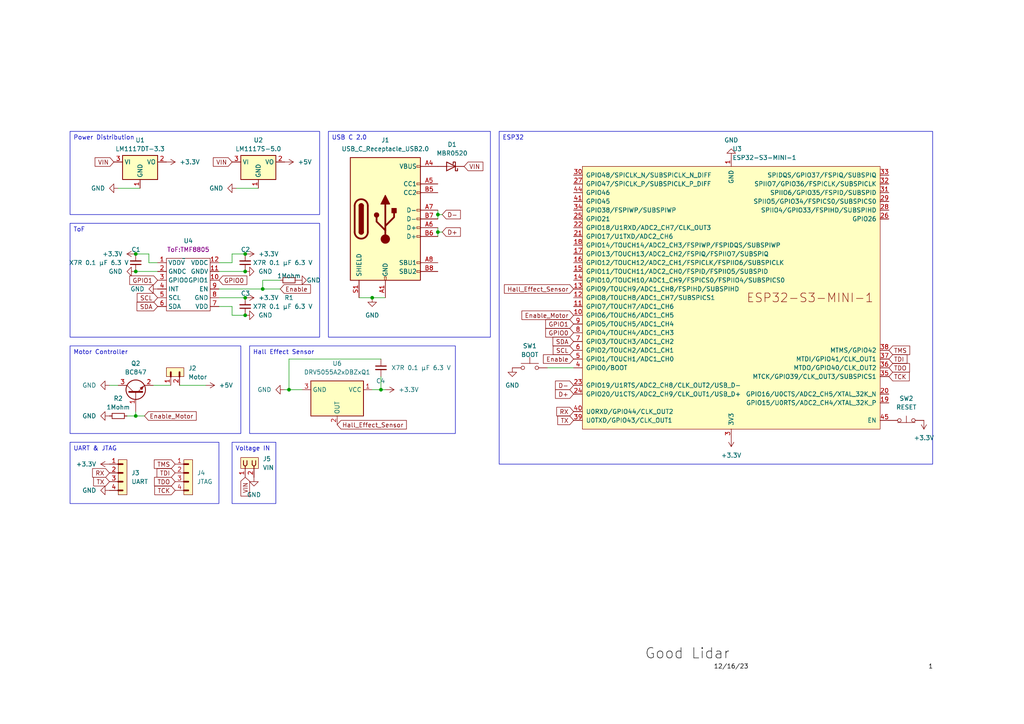
<source format=kicad_sch>
(kicad_sch (version 20230121) (generator eeschema)
  (paper "A4")
  (lib_symbols
    (symbol "Connector:USB_C_Receptacle_USB2.0" (pin_names (offset 1.016))
      (property "Reference" "J" (at -10.16 19.05 0))
      (property "Value" "USB_C_Receptacle_USB2.0" (at 19.05 19.05 0))
      (symbol "USB_C_Receptacle_USB2.0_0_0"
        (rectangle (start -0.254 -17.78) (end 0.254 -16.764))
        (rectangle (start 10.16 -14.986) (end 9.144 -15.494))
        (rectangle (start 10.16 -12.446) (end 9.144 -12.954))
        (rectangle (start 10.16 -4.826) (end 9.144 -5.334))
        (rectangle (start 10.16 -2.286) (end 9.144 -2.794))
        (rectangle (start 10.16 0.254) (end 9.144 -0.254))
        (rectangle (start 10.16 2.794) (end 9.144 2.286))
        (rectangle (start 10.16 7.874) (end 9.144 7.366))
        (rectangle (start 10.16 10.414) (end 9.144 9.906))
        (rectangle (start 10.16 15.494) (end 9.144 14.986))
      )
      (symbol "USB_C_Receptacle_USB2.0_0_1"
        (rectangle (start -10.16 17.78) (end 10.16 -17.78) (stroke (width 0.254)) (fill (type background)))
        (arc (start -8.89 -3.81) (mid -6.985 -5.7067) (end -5.08 -3.81) (stroke (width 0.508)))
        (arc (start -7.62 -3.81) (mid -6.985 -4.4423) (end -6.35 -3.81) (stroke (width 0.254)))
        (arc (start -7.62 -3.81) (mid -6.985 -4.4423) (end -6.35 -3.81) (stroke (width 0.254)) (fill (type outline)))
        (rectangle (start -7.62 -3.81) (end -6.35 3.81) (stroke (width 0.254)) (fill (type outline)))
        (arc (start -6.35 3.81) (mid -6.985 4.4423) (end -7.62 3.81) (stroke (width 0.254)))
        (arc (start -6.35 3.81) (mid -6.985 4.4423) (end -7.62 3.81) (stroke (width 0.254)) (fill (type outline)))
        (arc (start -5.08 3.81) (mid -6.985 5.7067) (end -8.89 3.81) (stroke (width 0.508)))
        (circle (center -2.54 1.143) (radius 0.635) (stroke (width 0.254)) (fill (type outline)))
        (circle (center 0 -5.842) (radius 1.27) (fill (type outline)))
        (polyline (pts (xy -8.89 -3.81) (xy -8.89 3.81)) (stroke (width 0.508)))
        (polyline (pts (xy -5.08 3.81) (xy -5.08 -3.81)) (stroke (width 0.508)))
        (polyline (pts (xy 0 -5.842) (xy 0 4.318)) (stroke (width 0.508)))
        (polyline (pts (xy 0 -3.302) (xy -2.54 -0.762) (xy -2.54 0.508)) (stroke (width 0.508)))
        (polyline (pts (xy 0 -2.032) (xy 2.54 0.508) (xy 2.54 1.778)) (stroke (width 0.508)))
        (polyline (pts (xy -1.27 4.318) (xy 0 6.858) (xy 1.27 4.318) (xy -1.27 4.318)) (stroke (width 0.254)) (fill (type outline)))
        (rectangle (start 1.905 1.778) (end 3.175 3.048) (stroke (width 0.254)) (fill (type outline)))
      )
      (symbol "USB_C_Receptacle_USB2.0_1_1"
        (pin passive line (at 0 -22.86 90) (length 5.08) (name "GND") (number "A1"))
        (pin passive line (at 0 -22.86 90) (length 5.08) hide (name "GND") (number "A12"))
        (pin passive line (at 15.24 15.24 180) (length 5.08) (name "VBUS") (number "A4"))
        (pin bidirectional line (at 15.24 10.16 180) (length 5.08) (name "CC1") (number "A5"))
        (pin bidirectional line (at 15.24 -2.54 180) (length 5.08) (name "D+") (number "A6"))
        (pin bidirectional line (at 15.24 2.54 180) (length 5.08) (name "D-") (number "A7"))
        (pin bidirectional line (at 15.24 -12.7 180) (length 5.08) (name "SBU1") (number "A8"))
        (pin passive line (at 15.24 15.24 180) (length 5.08) hide (name "VBUS") (number "A9"))
        (pin passive line (at 0 -22.86 90) (length 5.08) hide (name "GND") (number "B1"))
        (pin passive line (at 0 -22.86 90) (length 5.08) hide (name "GND") (number "B12"))
        (pin passive line (at 15.24 15.24 180) (length 5.08) hide (name "VBUS") (number "B4"))
        (pin bidirectional line (at 15.24 7.62 180) (length 5.08) (name "CC2") (number "B5"))
        (pin bidirectional line (at 15.24 -5.08 180) (length 5.08) (name "D+") (number "B6"))
        (pin bidirectional line (at 15.24 0 180) (length 5.08) (name "D-") (number "B7"))
        (pin bidirectional line (at 15.24 -15.24 180) (length 5.08) (name "SBU2") (number "B8"))
        (pin passive line (at 15.24 15.24 180) (length 5.08) hide (name "VBUS") (number "B9"))
        (pin passive line (at -7.62 -22.86 90) (length 5.08) (name "SHIELD") (number "S1"))
      )
    )
    (symbol "Device:C_Small" (pin_numbers hide) (pin_names (offset 0.254) hide)
      (property "Reference" "C" (at 0.254 1.778 0))
      (property "Value" "C_Small" (at 0.254 -2.032 0))
      (symbol "C_Small_0_1"
        (polyline (pts (xy -1.524 -0.508) (xy 1.524 -0.508)) (stroke (width 0.3302)))
        (polyline (pts (xy -1.524 0.508) (xy 1.524 0.508)) (stroke (width 0.3048)))
      )
      (symbol "C_Small_1_1"
        (pin passive line (at 0 2.54 270) (length 2.032) (name "~") (number "1"))
        (pin passive line (at 0 -2.54 90) (length 2.032) (name "~") (number "2"))
      )
    )
    (symbol "Device:R_Small" (pin_numbers hide) (pin_names (offset 0.254) hide)
      (property "Reference" "R" (at 0.762 0.508 0))
      (property "Value" "R_Small" (at 0.762 -1.016 0))
      (symbol "R_Small_0_1"
        (rectangle (start -0.762 1.778) (end 0.762 -1.778) (stroke (width 0.2032)))
      )
      (symbol "R_Small_1_1"
        (pin passive line (at 0 2.54 270) (length 0.762) (name "~") (number "1"))
        (pin passive line (at 0 -2.54 90) (length 0.762) (name "~") (number "2"))
      )
    )
    (symbol "Diode:MBR0520" (pin_numbers hide) (pin_names (offset 1.016) hide)
      (property "Reference" "D" (at 0 2.54 0))
      (property "Value" "MBR0520" (at 0 -2.54 0))
      (symbol "MBR0520_0_1"
        (polyline (pts (xy 1.27 0) (xy -1.27 0)))
        (polyline (pts (xy 1.27 1.27) (xy 1.27 -1.27) (xy -1.27 0) (xy 1.27 1.27)) (stroke (width 0.254)))
        (polyline (pts (xy -1.905 0.635) (xy -1.905 1.27) (xy -1.27 1.27) (xy -1.27 -1.27) (xy -0.635 -1.27) (xy -0.635 -0.635)) (stroke (width 0.254)))
      )
      (symbol "MBR0520_1_1"
        (pin passive line (at -3.81 0 0) (length 2.54) (name "K") (number "1"))
        (pin passive line (at 3.81 0 180) (length 2.54) (name "A") (number "2"))
      )
    )
    (symbol "PCM_Espressif:ESP32-S3-MINI-1" (pin_names (offset 1.016))
      (property "Reference" "U" (at -43.18 43.18 0))
      (property "Value" "ESP32-S3-MINI-1" (at -43.18 40.64 0))
      (symbol "ESP32-S3-MINI-1_0_0"
        (text "ESP32-S3-MINI-1" (at -22.86 0 0) (effects (font (size 2.54 2.54))))
        (pin power_in line (at 0 -40.64 90) (length 2.54) (name "GND") (number "1"))
        (pin bidirectional line (at 45.72 5.08 180) (length 2.54) (name "GPIO6/TOUCH6/ADC1_CH5") (number "10"))
        (pin bidirectional line (at 45.72 2.54 180) (length 2.54) (name "GPIO7/TOUCH7/ADC1_CH6") (number "11"))
        (pin bidirectional line (at 45.72 0 180) (length 2.54) (name "GPIO8/TOUCH8/ADC1_CH7/SUBSPICS1") (number "12"))
        (pin bidirectional line (at 45.72 -2.54 180) (length 2.54) (name "GPIO9/TOUCH9/ADC1_CH8/FSPIHD/SUBSPIHD") (number "13"))
        (pin bidirectional line (at 45.72 -5.08 180) (length 2.54) (name "GPIO10/TOUCH10/ADC1_CH9/FSPICS0/FSPIIO4/SUBSPICS0") (number "14"))
        (pin bidirectional line (at 45.72 -7.62 180) (length 2.54) (name "GPIO11/TOUCH11/ADC2_CH0/FSPID/FSPIIO5/SUBSPID") (number "15"))
        (pin bidirectional line (at 45.72 -10.16 180) (length 2.54) (name "GPIO12/TOUCH12/ADC2_CH1/FSPICLK/FSPIIO6/SUBSPICLK") (number "16"))
        (pin bidirectional line (at 45.72 -12.7 180) (length 2.54) (name "GPIO13/TOUCH13/ADC2_CH2/FSPIQ/FSPIIO7/SUBSPIQ") (number "17"))
        (pin bidirectional line (at 45.72 -15.24 180) (length 2.54) (name "GPIO14/TOUCH14/ADC2_CH3/FSPIWP/FSPIDQS/SUBSPIWP") (number "18"))
        (pin bidirectional line (at -45.72 30.48 0) (length 2.54) (name "GPIO15/U0RTS/ADC2_CH4/XTAL_32K_P") (number "19"))
        (pin passive line (at 0 -40.64 90) (length 2.54) hide (name "GND") (number "2"))
        (pin bidirectional line (at -45.72 27.94 0) (length 2.54) (name "GPIO16/U0CTS/ADC2_CH5/XTAL_32K_N") (number "20"))
        (pin bidirectional line (at 45.72 -17.78 180) (length 2.54) (name "GPIO17/U1TXD/ADC2_CH6") (number "21"))
        (pin bidirectional line (at 45.72 -20.32 180) (length 2.54) (name "GPIO18/U1RXD/ADC2_CH7/CLK_OUT3") (number "22"))
        (pin bidirectional line (at 45.72 25.4 180) (length 2.54) (name "GPIO19/U1RTS/ADC2_CH8/CLK_OUT2/USB_D-") (number "23"))
        (pin bidirectional line (at 45.72 27.94 180) (length 2.54) (name "GPIO20/U1CTS/ADC2_CH9/CLK_OUT1/USB_D+") (number "24"))
        (pin bidirectional line (at 45.72 -22.86 180) (length 2.54) (name "GPIO21") (number "25"))
        (pin bidirectional line (at -45.72 -22.86 0) (length 2.54) (name "GPIO26") (number "26"))
        (pin bidirectional line (at 45.72 -33.02 180) (length 2.54) (name "GPIO47/SPICLK_P/SUBSPICLK_P_DIFF") (number "27"))
        (pin bidirectional line (at -45.72 -25.4 0) (length 2.54) (name "SPIIO4/GPIO33/FSPIHD/SUBSPIHD") (number "28"))
        (pin bidirectional line (at -45.72 -27.94 0) (length 2.54) (name "SPIIO5/GPIO34/FSPICS0/SUBSPICS0") (number "29"))
        (pin power_in line (at 0 40.64 270) (length 2.54) (name "3V3") (number "3"))
        (pin bidirectional line (at 45.72 -35.56 180) (length 2.54) (name "GPIO48/SPICLK_N/SUBSPICLK_N_DIFF") (number "30"))
        (pin bidirectional line (at -45.72 -30.48 0) (length 2.54) (name "SPIIO6/GPIO35/FSPID/SUBSPID") (number "31"))
        (pin bidirectional line (at -45.72 -33.02 0) (length 2.54) (name "SPIIO7/GPIO36/FSPICLK/SUBSPICLK") (number "32"))
        (pin bidirectional line (at -45.72 -35.56 0) (length 2.54) (name "SPIDQS/GPIO37/FSPIQ/SUBSPIQ") (number "33"))
        (pin bidirectional line (at 45.72 -25.4 180) (length 2.54) (name "GPIO38/FSPIWP/SUBSPIWP") (number "34"))
        (pin bidirectional line (at -45.72 22.86 0) (length 2.54) (name "MTCK/GPIO39/CLK_OUT3/SUBSPICS1") (number "35"))
        (pin bidirectional line (at -45.72 20.32 0) (length 2.54) (name "MTDO/GPIO40/CLK_OUT2") (number "36"))
        (pin bidirectional line (at -45.72 17.78 0) (length 2.54) (name "MTDI/GPIO41/CLK_OUT1") (number "37"))
        (pin bidirectional line (at -45.72 15.24 0) (length 2.54) (name "MTMS/GPIO42") (number "38"))
        (pin bidirectional line (at 45.72 35.56 180) (length 2.54) (name "U0TXD/GPIO43/CLK_OUT1") (number "39"))
        (pin bidirectional line (at 45.72 20.32 180) (length 2.54) (name "GPIO0/BOOT") (number "4"))
        (pin bidirectional line (at 45.72 33.02 180) (length 2.54) (name "U0RXD/GPIO44/CLK_OUT2") (number "40"))
        (pin bidirectional line (at 45.72 -27.94 180) (length 2.54) (name "GPIO45") (number "41"))
        (pin passive line (at 0 -40.64 90) (length 2.54) hide (name "GND") (number "42"))
        (pin passive line (at 0 -40.64 90) (length 2.54) hide (name "GND") (number "43"))
        (pin bidirectional line (at 45.72 -30.48 180) (length 2.54) (name "GPIO46") (number "44"))
        (pin input line (at -45.72 35.56 0) (length 2.54) (name "EN") (number "45"))
        (pin passive line (at 0 -40.64 90) (length 2.54) hide (name "GND") (number "46"))
        (pin passive line (at 0 -40.64 90) (length 2.54) hide (name "GND") (number "47"))
        (pin passive line (at 0 -40.64 90) (length 2.54) hide (name "GND") (number "48"))
        (pin passive line (at 0 -40.64 90) (length 2.54) hide (name "GND") (number "49"))
        (pin bidirectional line (at 45.72 17.78 180) (length 2.54) (name "GPIO1/TOUCH1/ADC1_CH0") (number "5"))
        (pin passive line (at 0 -40.64 90) (length 2.54) hide (name "GND") (number "50"))
        (pin passive line (at 0 -40.64 90) (length 2.54) hide (name "GND") (number "51"))
        (pin passive line (at 0 -40.64 90) (length 2.54) hide (name "GND") (number "52"))
        (pin passive line (at 0 -40.64 90) (length 2.54) hide (name "GND") (number "53"))
        (pin passive line (at 0 -40.64 90) (length 2.54) hide (name "GND") (number "54"))
        (pin passive line (at 0 -40.64 90) (length 2.54) hide (name "GND") (number "55"))
        (pin passive line (at 0 -40.64 90) (length 2.54) hide (name "GND") (number "56"))
        (pin passive line (at 0 -40.64 90) (length 2.54) hide (name "GND") (number "57"))
        (pin passive line (at 0 -40.64 90) (length 2.54) hide (name "GND") (number "58"))
        (pin passive line (at 0 -40.64 90) (length 2.54) hide (name "GND") (number "59"))
        (pin bidirectional line (at 45.72 15.24 180) (length 2.54) (name "GPIO2/TOUCH2/ADC1_CH1") (number "6"))
        (pin passive line (at 0 -40.64 90) (length 2.54) hide (name "GND") (number "60"))
        (pin passive line (at 0 -40.64 90) (length 2.54) hide (name "GND") (number "61"))
        (pin passive line (at 0 -40.64 90) (length 2.54) hide (name "GND") (number "62"))
        (pin passive line (at 0 -40.64 90) (length 2.54) hide (name "GND") (number "63"))
        (pin passive line (at 0 -40.64 90) (length 2.54) hide (name "GND") (number "64"))
        (pin passive line (at 0 -40.64 90) (length 2.54) hide (name "GND") (number "65"))
        (pin bidirectional line (at 45.72 12.7 180) (length 2.54) (name "GPIO3/TOUCH3/ADC1_CH2") (number "7"))
        (pin bidirectional line (at 45.72 10.16 180) (length 2.54) (name "GPIO4/TOUCH4/ADC1_CH3") (number "8"))
        (pin bidirectional line (at 45.72 7.62 180) (length 2.54) (name "GPIO5/TOUCH5/ADC1_CH4") (number "9"))
      )
      (symbol "ESP32-S3-MINI-1_0_1"
        (rectangle (start -43.18 38.1) (end 43.18 -38.1) (fill (type background)))
      )
    )
    (symbol "PCM_SL_Pin_Headers:PINHD_1x2_Female"
      (property "Reference" "J" (at 0 7.62 0))
      (property "Value" "PINHD_1x2_Female" (at 0 5.08 0))
      (symbol "PINHD_1x2_Female_0_1"
        (rectangle (start -1.27 2.54) (end 1.905 -2.54) (fill (type background)))
        (arc (start -0.508 -1.27) (mid -0.3592 -1.6292) (end 0 -1.778) (stroke (width 0.25)))
        (arc (start -0.508 1.27) (mid -0.3592 0.9108) (end 0 0.762) (stroke (width 0.25)))
        (arc (start 0 -0.762) (mid -0.3592 -0.9108) (end -0.508 -1.27) (stroke (width 0.25)))
        (polyline (pts (xy -1.27 -1.27) (xy -0.508 -1.27)) (stroke (width 0.25)))
        (polyline (pts (xy -1.27 1.27) (xy -0.508 1.27)) (stroke (width 0.25)))
        (polyline (pts (xy 0 -1.778) (xy 1.016 -1.778)) (stroke (width 0.25)))
        (polyline (pts (xy 0 -0.762) (xy 1.016 -0.762)) (stroke (width 0.25)))
        (polyline (pts (xy 0 0.762) (xy 1.016 0.762)) (stroke (width 0.25)))
        (polyline (pts (xy 0 1.778) (xy 1.016 1.778)) (stroke (width 0.25)))
        (arc (start 0 1.778) (mid -0.3592 1.6292) (end -0.508 1.27) (stroke (width 0.25)))
      )
      (symbol "PINHD_1x2_Female_1_1"
        (pin passive line (at -3.81 1.27 0) (length 2.54) (name "") (number "1"))
        (pin passive line (at -3.81 -1.27 0) (length 2.54) (name "") (number "2"))
      )
    )
    (symbol "PCM_SL_Pin_Headers:PINHD_1x2_Male"
      (property "Reference" "J" (at 0 6.35 0))
      (property "Value" "PINHD_1x2_Male" (at 0 3.81 0))
      (symbol "PINHD_1x2_Male_0_1"
        (rectangle (start -1.27 2.54) (end 1.27 -2.54) (fill (type background)))
        (polyline (pts (xy -1.27 -1.27) (xy 0 -1.27)) (stroke (width 0.3)))
        (polyline (pts (xy -1.27 -1.27) (xy 0 -1.27)) (stroke (width 0.5)))
        (polyline (pts (xy -1.27 1.27) (xy 0 1.27)) (stroke (width 0.3)))
        (polyline (pts (xy -1.27 1.27) (xy 0 1.27)) (stroke (width 0.5)))
      )
      (symbol "PINHD_1x2_Male_1_1"
        (pin passive line (at -3.81 1.27 0) (length 2.54) (name "") (number "1"))
        (pin passive line (at -3.81 -1.27 0) (length 2.54) (name "") (number "2"))
      )
    )
    (symbol "PCM_SL_Pin_Headers:PINHD_1x4_Male"
      (property "Reference" "J" (at 0 8.89 0))
      (property "Value" "PINHD_1x4_Male" (at 0 6.35 0))
      (symbol "PINHD_1x4_Male_0_1"
        (rectangle (start -1.27 5.08) (end 1.27 -5.08) (fill (type background)))
        (polyline (pts (xy -1.27 -3.81) (xy 0 -3.81)) (stroke (width 0.3)))
        (polyline (pts (xy -1.27 -3.81) (xy 0 -3.81)) (stroke (width 0.5)))
        (polyline (pts (xy -1.27 -1.27) (xy 0 -1.27)) (stroke (width 0.3)))
        (polyline (pts (xy -1.27 -1.27) (xy 0 -1.27)) (stroke (width 0.5)))
        (polyline (pts (xy -1.27 1.27) (xy 0 1.27)) (stroke (width 0.3)))
        (polyline (pts (xy -1.27 1.27) (xy 0 1.27)) (stroke (width 0.5)))
        (polyline (pts (xy -1.27 3.81) (xy 0 3.81)) (stroke (width 0.3)))
        (polyline (pts (xy -1.27 3.81) (xy 0 3.81)) (stroke (width 0.5)))
      )
      (symbol "PINHD_1x4_Male_1_1"
        (pin passive line (at -3.81 3.81 0) (length 2.54) (name "") (number "1"))
        (pin passive line (at -3.81 1.27 0) (length 2.54) (name "") (number "2"))
        (pin passive line (at -3.81 -1.27 0) (length 2.54) (name "") (number "3"))
        (pin passive line (at -3.81 -3.81 0) (length 2.54) (name "") (number "4"))
      )
    )
    (symbol "Regulator_Linear:LM1117DT-3.3"
      (property "Reference" "U" (at -3.81 3.175 0))
      (property "Value" "LM1117DT-3.3" (at 0 3.175 0))
      (symbol "LM1117DT-3.3_0_1"
        (rectangle (start -5.08 -5.08) (end 5.08 1.905) (stroke (width 0.254)) (fill (type background)))
      )
      (symbol "LM1117DT-3.3_1_1"
        (pin power_in line (at 0 -7.62 90) (length 2.54) (name "GND") (number "1"))
        (pin power_out line (at 7.62 0 180) (length 2.54) (name "VO") (number "2"))
        (pin power_in line (at -7.62 0 0) (length 2.54) (name "VI") (number "3"))
      )
    )
    (symbol "Regulator_Linear:LM1117S-5.0"
      (property "Reference" "U" (at -3.81 3.175 0))
      (property "Value" "LM1117S-5.0" (at 0 3.175 0))
      (symbol "LM1117S-5.0_0_1"
        (rectangle (start -5.08 -5.08) (end 5.08 1.905) (stroke (width 0.254)) (fill (type background)))
      )
      (symbol "LM1117S-5.0_1_1"
        (pin power_in line (at 0 -7.62 90) (length 2.54) (name "GND") (number "1"))
        (pin power_out line (at 7.62 0 180) (length 2.54) (name "VO") (number "2"))
        (pin power_in line (at -7.62 0 0) (length 2.54) (name "VI") (number "3"))
      )
    )
    (symbol "Sensor_Magnetic:DRV5055A2xDBZxQ1"
      (property "Reference" "U" (at 2.54 12.7 0))
      (property "Value" "DRV5055A2xDBZxQ1" (at 2.54 10.16 0))
      (symbol "DRV5055A2xDBZxQ1_1_1"
        (rectangle (start -5.08 7.62) (end 5.08 -7.62) (stroke (width 0.254)) (fill (type background)))
        (pin power_in line (at -2.54 10.16 270) (length 2.54) (name "VCC") (number "1"))
        (pin output line (at 7.62 0 180) (length 2.54) (name "OUT") (number "2"))
        (pin power_in line (at -2.54 -10.16 90) (length 2.54) (name "GND") (number "3"))
      )
    )
    (symbol "Switch:SW_Push" (pin_numbers hide) (pin_names (offset 1.016) hide)
      (property "Reference" "SW" (at 1.27 2.54 0))
      (property "Value" "SW_Push" (at 0 -1.524 0))
      (symbol "SW_Push_0_1"
        (circle (center -2.032 0) (radius 0.508))
        (polyline (pts (xy 0 1.27) (xy 0 3.048)))
        (polyline (pts (xy 2.54 1.27) (xy -2.54 1.27)))
        (circle (center 2.032 0) (radius 0.508))
        (pin passive line (at -5.08 0 0) (length 2.54) (name "1") (number "1"))
        (pin passive line (at 5.08 0 180) (length 2.54) (name "2") (number "2"))
      )
    )
    (symbol "Switch:SW_Push_Open" (pin_numbers hide) (pin_names (offset 1.016) hide)
      (property "Reference" "SW" (at 0 2.54 0))
      (property "Value" "SW_Push_Open" (at 0 -1.905 0))
      (symbol "SW_Push_Open_0_1"
        (circle (center -2.032 0) (radius 0.508))
        (polyline (pts (xy -2.54 -0.635) (xy 2.54 -0.635)))
        (polyline (pts (xy 0 -0.635) (xy 0 1.27)))
        (circle (center 2.032 0) (radius 0.508))
        (pin passive line (at -5.08 0 0) (length 2.54) (name "A") (number "1"))
      )
      (symbol "SW_Push_Open_1_1"
        (pin passive line (at 5.08 0 180) (length 2.54) (name "B") (number "2"))
      )
    )
    (symbol "ToF:TMF8805"
      (property "Reference" "U" (at 0 1.27 0))
      (property "Footprint" "ToF:TMF8805" (at -1.27 0 0))
      (symbol "TMF8805_0_1"
        (rectangle (start -6.35 0) (end 6.35 -15.24))
      )
      (symbol "TMF8805_1_1"
        (pin input line (at -8.89 -1.27 0) (length 2.54) (name "VDDV") (number "1"))
        (pin input line (at 8.89 -6.35 180) (length 2.54) (name "GPIO1") (number "10"))
        (pin input line (at 8.89 -3.81 180) (length 2.54) (name "GNDV") (number "11"))
        (pin input line (at 8.89 -1.27 180) (length 2.54) (name "VDDC") (number "12"))
        (pin input line (at -8.89 -3.81 0) (length 2.54) (name "GNDC") (number "2"))
        (pin input line (at -8.89 -6.35 0) (length 2.54) (name "GPIO0") (number "3"))
        (pin input line (at -8.89 -8.89 0) (length 2.54) (name "INT") (number "4"))
        (pin input line (at -8.89 -11.43 0) (length 2.54) (name "SCL") (number "5"))
        (pin input line (at -8.89 -13.97 0) (length 2.54) (name "SDA") (number "6"))
        (pin input line (at 8.89 -13.97 180) (length 2.54) (name "VDD") (number "7"))
        (pin input line (at 8.89 -11.43 180) (length 2.54) (name "GND") (number "8"))
        (pin input line (at 8.89 -8.89 180) (length 2.54) (name "EN") (number "9"))
      )
    )
    (symbol "Transistor_BJT:BC847" (pin_names (offset 0) hide)
      (property "Reference" "Q" (at 5.08 1.905 0))
      (property "Value" "BC847" (at 5.08 0 0))
      (symbol "BC847_0_1"
        (polyline (pts (xy 0.635 0.635) (xy 2.54 2.54)))
        (polyline (pts (xy 0.635 -0.635) (xy 2.54 -2.54) (xy 2.54 -2.54)))
        (polyline (pts (xy 0.635 1.905) (xy 0.635 -1.905) (xy 0.635 -1.905)) (stroke (width 0.508)))
        (polyline (pts (xy 1.27 -1.778) (xy 1.778 -1.27) (xy 2.286 -2.286) (xy 1.27 -1.778) (xy 1.27 -1.778)) (fill (type outline)))
        (circle (center 1.27 0) (radius 2.8194) (stroke (width 0.254)))
      )
      (symbol "BC847_1_1"
        (pin input line (at -5.08 0 0) (length 5.715) (name "B") (number "1"))
        (pin passive line (at 2.54 -5.08 90) (length 2.54) (name "E") (number "2"))
        (pin passive line (at 2.54 5.08 270) (length 2.54) (name "C") (number "3"))
      )
    )
    (symbol "power:+3.3V" (power) (pin_names (offset 0))
      (property "Value" "+3.3V" (at 0 3.556 0))
      (symbol "+3.3V_0_1"
        (polyline (pts (xy -0.762 1.27) (xy 0 2.54)))
        (polyline (pts (xy 0 0) (xy 0 2.54)))
        (polyline (pts (xy 0 2.54) (xy 0.762 1.27)))
      )
      (symbol "+3.3V_1_1"
        (pin power_in line (at 0 0 90) (length 0) hide (name "+3.3V") (number "1"))
      )
    )
    (symbol "power:+5V" (power) (pin_names (offset 0))
      (property "Value" "+5V" (at 0 3.556 0))
      (symbol "+5V_0_1"
        (polyline (pts (xy -0.762 1.27) (xy 0 2.54)))
        (polyline (pts (xy 0 0) (xy 0 2.54)))
        (polyline (pts (xy 0 2.54) (xy 0.762 1.27)))
      )
      (symbol "+5V_1_1"
        (pin power_in line (at 0 0 90) (length 0) hide (name "+5V") (number "1"))
      )
    )
    (symbol "power:GND" (power) (pin_names (offset 0))
      (property "Value" "GND" (at 0 -3.81 0))
      (symbol "GND_0_1"
        (polyline (pts (xy 0 0) (xy 0 -1.27) (xy 1.27 -1.27) (xy 0 -2.54) (xy -1.27 -1.27) (xy 0 -1.27)))
      )
      (symbol "GND_1_1"
        (pin power_in line (at 0 0 270) (length 0) hide (name "GND") (number "1"))
      )
    )
  )
  (junction (at 71.12 91.44))
  (junction (at 76.2 83.82))
  (junction (at 39.37 78.74))
  (junction (at 127 62.23))
  (junction (at 71.12 73.66))
  (junction (at 110.49 113.03))
  (junction (at 39.37 120.65))
  (junction (at 71.12 78.74))
  (junction (at 107.95 86.36))
  (junction (at 83.82 113.03))
  (junction (at 39.37 73.66))
  (junction (at 127 67.31))
  (junction (at 71.12 86.36))
  (wire (pts (xy 107.95 86.36) (xy 111.76 86.36)))
  (wire (pts (xy 63.5 88.9) (xy 67.31 88.9)))
  (wire (pts (xy 127 60.96) (xy 127 62.23)))
  (wire (pts (xy 45.72 76.2) (xy 43.18 76.2)))
  (wire (pts (xy 34.29 54.61) (xy 40.64 54.61)))
  (wire (pts (xy 43.18 76.2) (xy 43.18 73.66)))
  (wire (pts (xy 127 67.31) (xy 127 68.58)))
  (wire (pts (xy 110.49 104.14) (xy 83.82 104.14)))
  (wire (pts (xy 67.31 76.2) (xy 67.31 73.66)))
  (wire (pts (xy 67.31 73.66) (xy 71.12 73.66)))
  (wire (pts (xy 127 66.04) (xy 127 67.31)))
  (wire (pts (xy 39.37 119.38) (xy 39.37 120.65)))
  (wire (pts (xy 39.37 120.65) (xy 36.83 120.65)))
  (wire (pts (xy 110.49 113.03) (xy 107.95 113.03)))
  (wire (pts (xy 39.37 78.74) (xy 45.72 78.74)))
  (wire (pts (xy 67.31 88.9) (xy 67.31 91.44)))
  (wire (pts (xy 63.5 86.36) (xy 71.12 86.36)))
  (wire (pts (xy 63.5 76.2) (xy 67.31 76.2)))
  (wire (pts (xy 128.27 67.31) (xy 127 67.31)))
  (wire (pts (xy 158.75 106.68) (xy 166.37 106.68)))
  (wire (pts (xy 44.45 111.76) (xy 49.53 111.76)))
  (wire (pts (xy 67.31 91.44) (xy 71.12 91.44)))
  (wire (pts (xy 81.28 83.82) (xy 76.2 83.82)))
  (wire (pts (xy 110.49 109.22) (xy 110.49 113.03)))
  (wire (pts (xy 76.2 81.28) (xy 76.2 83.82)))
  (wire (pts (xy 82.55 113.03) (xy 83.82 113.03)))
  (wire (pts (xy 81.28 81.28) (xy 76.2 81.28)))
  (wire (pts (xy 43.18 73.66) (xy 39.37 73.66)))
  (wire (pts (xy 83.82 113.03) (xy 87.63 113.03)))
  (wire (pts (xy 63.5 78.74) (xy 71.12 78.74)))
  (wire (pts (xy 83.82 104.14) (xy 83.82 113.03)))
  (wire (pts (xy 31.75 111.76) (xy 34.29 111.76)))
  (wire (pts (xy 39.37 120.65) (xy 41.91 120.65)))
  (wire (pts (xy 104.14 86.36) (xy 107.95 86.36)))
  (wire (pts (xy 52.07 111.76) (xy 59.69 111.76)))
  (wire (pts (xy 76.2 83.82) (xy 63.5 83.82)))
  (wire (pts (xy 127 62.23) (xy 127 63.5)))
  (wire (pts (xy 68.58 54.61) (xy 74.93 54.61)))
  (wire (pts (xy 111.76 113.03) (xy 110.49 113.03)))
  (wire (pts (xy 128.27 62.23) (xy 127 62.23)))
  (text_box "Power Distribution" (at 20.32 38.1 0) (size 72.39 24.13) (effects (font (size 1.27 1.27)) (justify left top)))
  (text_box "USB C 2.0" (at 95.25 38.1 0) (size 46.99 59.69) (effects (font (size 1.27 1.27)) (justify left top)))
  (text_box "Hall Effect Sensor" (at 72.39 100.33 0) (size 59.69 25.4) (effects (font (size 1.27 1.27)) (justify left top)))
  (text_box "UART & JTAG" (at 20.32 128.27 0) (size 43.18 17.78) (effects (font (size 1.27 1.27)) (justify left top)))
  (text_box "ToF" (at 20.32 64.77 0) (size 72.39 33.02) (effects (font (size 1.27 1.27)) (justify left top)))
  (text_box "ESP32" (at 144.78 38.1 0) (size 125.73 96.52) (effects (font (size 1.27 1.27)) (justify left top)))
  (text_box "Voltage IN" (at 67.31 128.27 0) (size 12.7 17.78) (effects (font (size 1.27 1.27)) (justify left top)))
  (text_box "Motor Controller\n" (at 20.32 100.33 0) (size 49.53 25.4) (effects (font (size 1.27 1.27)) (justify left top)))
  (label "12{slash}16{slash}23" (at 207.01 194.31 0))
  (label "Good Lidar" (at 186.9966 192.0187 0) (effects (font (size 3 3))))
  (label "1" (at 269.24 194.31 0))
  (global_label "Hall_Effect_Sensor" (shape input) (at 97.79 123.19 0) (property "Intersheetrefs" "${INTERSHEET_REFS}" (effects hide)))
  (global_label "SDA" (shape input) (at 45.72 88.9 180) (property "Intersheetrefs" "${INTERSHEET_REFS}" (effects hide)))
  (global_label "VIN" (shape input) (at 134.62 48.26 0) (property "Intersheetrefs" "${INTERSHEET_REFS}" (effects hide)))
  (global_label "VIN" (shape input) (at 71.12 138.43 270) (property "Intersheetrefs" "${INTERSHEET_REFS}" (effects hide)))
  (global_label "D-" (shape input) (at 166.37 111.76 180) (property "Intersheetrefs" "${INTERSHEET_REFS}" (effects hide)))
  (global_label "TCK" (shape input) (at 50.8 142.24 180) (property "Intersheetrefs" "${INTERSHEET_REFS}" (effects hide)))
  (global_label "GPIO1" (shape input) (at 166.37 93.98 180) (property "Intersheetrefs" "${INTERSHEET_REFS}" (effects hide)))
  (global_label "GPIO1" (shape input) (at 45.72 81.28 180) (property "Intersheetrefs" "${INTERSHEET_REFS}" (effects hide)))
  (global_label "TDI" (shape input) (at 50.8 137.16 180) (property "Intersheetrefs" "${INTERSHEET_REFS}" (effects hide)))
  (global_label "Enable" (shape input) (at 81.28 83.82 0) (property "Intersheetrefs" "${INTERSHEET_REFS}" (effects hide)))
  (global_label "D-" (shape input) (at 128.27 62.23 0) (property "Intersheetrefs" "${INTERSHEET_REFS}" (effects hide)))
  (global_label "D+" (shape input) (at 128.27 67.31 0) (property "Intersheetrefs" "${INTERSHEET_REFS}" (effects hide)))
  (global_label "RX" (shape input) (at 31.75 137.16 180) (property "Intersheetrefs" "${INTERSHEET_REFS}" (effects hide)))
  (global_label "Enable" (shape input) (at 166.37 104.14 180) (property "Intersheetrefs" "${INTERSHEET_REFS}" (effects hide)))
  (global_label "RX" (shape input) (at 166.37 119.38 180) (property "Intersheetrefs" "${INTERSHEET_REFS}" (effects hide)))
  (global_label "TCK" (shape input) (at 257.81 109.22 0) (property "Intersheetrefs" "${INTERSHEET_REFS}" (effects hide)))
  (global_label "GPIO0" (shape input) (at 63.5 81.28 0) (property "Intersheetrefs" "${INTERSHEET_REFS}" (effects hide)))
  (global_label "VIN" (shape input) (at 67.31 46.99 180) (property "Intersheetrefs" "${INTERSHEET_REFS}" (effects hide)))
  (global_label "TMS" (shape input) (at 50.8 134.62 180) (property "Intersheetrefs" "${INTERSHEET_REFS}" (effects hide)))
  (global_label "TDO" (shape input) (at 257.81 106.68 0) (property "Intersheetrefs" "${INTERSHEET_REFS}" (effects hide)))
  (global_label "TMS" (shape input) (at 257.81 101.6 0) (property "Intersheetrefs" "${INTERSHEET_REFS}" (effects hide)))
  (global_label "VIN" (shape input) (at 33.02 46.99 180) (property "Intersheetrefs" "${INTERSHEET_REFS}" (effects hide)))
  (global_label "TDI" (shape input) (at 257.81 104.14 0) (property "Intersheetrefs" "${INTERSHEET_REFS}" (effects hide)))
  (global_label "SCL" (shape input) (at 45.72 86.36 180) (property "Intersheetrefs" "${INTERSHEET_REFS}" (effects hide)))
  (global_label "SCL" (shape input) (at 166.37 101.6 180) (property "Intersheetrefs" "${INTERSHEET_REFS}" (effects hide)))
  (global_label "SDA" (shape input) (at 166.37 99.06 180) (property "Intersheetrefs" "${INTERSHEET_REFS}" (effects hide)))
  (global_label "TX" (shape input) (at 166.37 121.92 180) (property "Intersheetrefs" "${INTERSHEET_REFS}" (effects hide)))
  (global_label "TX" (shape input) (at 31.75 139.7 180) (property "Intersheetrefs" "${INTERSHEET_REFS}" (effects hide)))
  (global_label "D+" (shape input) (at 166.37 114.3 180) (property "Intersheetrefs" "${INTERSHEET_REFS}" (effects hide)))
  (global_label "TDO" (shape input) (at 50.8 139.7 180) (property "Intersheetrefs" "${INTERSHEET_REFS}" (effects hide)))
  (global_label "Enable_Motor" (shape input) (at 41.91 120.65 0) (property "Intersheetrefs" "${INTERSHEET_REFS}" (effects hide)))
  (global_label "Enable_Motor" (shape input) (at 166.37 91.44 180) (property "Intersheetrefs" "${INTERSHEET_REFS}" (effects hide)))
  (global_label "GPIO0" (shape input) (at 166.37 96.52 180) (property "Intersheetrefs" "${INTERSHEET_REFS}" (effects hide)))
  (global_label "Hall_Effect_Sensor" (shape input) (at 166.37 83.82 180) (property "Intersheetrefs" "${INTERSHEET_REFS}" (effects hide)))
  (symbol (lib_id "power:GND") (at 71.12 78.74 90) (unit 1)
    (property "Reference" "#PWR013" (effects hide))
    (property "Value" "GND" (at 74.93 78.74 90) (effects (justify right)))
  )
  (symbol (lib_id "power:+3.3V") (at 31.75 134.62 90) (unit 1)
    (property "Reference" "#PWR022" (effects hide))
    (property "Value" "+3.3V" (at 27.94 134.62 90) (effects (justify left)))
  )
  (symbol (lib_id "Device:C_Small") (at 39.37 76.2 180) (unit 1)
    (property "Reference" "C1" (at 38.1 72.39 0) (effects (justify right)))
    (property "Value" " X7R 0.1 μF 6.3 V" (at 19.05 76.2 0) (effects (justify right)))
    (property "Footprint" "Capacitor_SMD:C_0402_1005Metric" (effects hide))
  )
  (symbol (lib_id "Switch:SW_Push") (at 153.67 106.68 0) (unit 1)
    (property "Reference" "SW1" (at 153.67 100.33 0))
    (property "Value" "BOOT" (at 153.67 102.87 0))
    (property "Footprint" "Button_Switch_SMD:SW_Push_1P1T_NO_6x6mm_H9.5mm" (effects hide))
  )
  (symbol (lib_id "power:GND") (at 212.09 45.72 180) (unit 1)
    (property "Reference" "#PWR06" (effects hide))
    (property "Value" "GND" (at 212.09 40.64 0))
  )
  (symbol (lib_id "PCM_SL_Pin_Headers:PINHD_1x4_Male") (at 54.61 138.43 0) (unit 1)
    (property "Reference" "J4" (at 57.15 137.16 0) (effects (justify left)))
    (property "Value" "JTAG" (at 57.15 139.7 0) (effects (justify left)))
    (property "Footprint" "Connector_PinHeader_2.54mm:PinHeader_1x04_P2.54mm_Vertical" (effects hide))
  )
  (symbol (lib_id "power:GND") (at 39.37 78.74 270) (unit 1)
    (property "Reference" "#PWR012" (effects hide))
    (property "Value" "GND" (at 35.56 78.74 90) (effects (justify right)))
  )
  (symbol (lib_id "Sensor_Magnetic:DRV5055A2xDBZxQ1") (at 97.79 115.57 270) (unit 1)
    (property "Reference" "U6" (at 97.79 105.41 90))
    (property "Value" "DRV5055A2xDBZxQ1" (at 97.79 107.95 90))
    (property "Footprint" "Package_TO_SOT_SMD:SOT-23" (effects hide))
    (property "Datasheet" "https://www.ti.com/lit/ds/symlink/drv5055-q1.pdf" (effects hide))
  )
  (symbol (lib_id "power:GND") (at 34.29 54.61 270) (unit 1)
    (property "Reference" "#PWR01" (effects hide))
    (property "Value" "GND" (at 30.48 54.61 90) (effects (justify right)))
  )
  (symbol (lib_id "power:+5V") (at 82.55 46.99 270) (unit 1)
    (property "Reference" "#PWR04" (effects hide))
    (property "Value" "+5V" (at 86.36 46.99 90) (effects (justify left)))
  )
  (symbol (lib_id "Transistor_BJT:BC847") (at 39.37 114.3 90) (unit 1)
    (property "Reference" "Q2" (at 39.37 105.41 90))
    (property "Value" "BC847" (at 39.37 107.95 90))
    (property "Footprint" "Package_TO_SOT_SMD:SOT-23" (effects hide))
    (property "Datasheet" "http://www.infineon.com/dgdl/Infineon-BC847SERIES_BC848SERIES_BC849SERIES_BC850SERIES-DS-v01_01-en.pdf?fileId=db3a304314dca389011541d4630a1657" (effects hide))
  )
  (symbol (lib_id "Device:C_Small") (at 110.49 106.68 0) (unit 1)
    (property "Reference" "C4" (at 111.76 110.49 0) (effects (justify right)))
    (property "Value" " X7R 0.1 μF 6.3 V" (at 130.81 106.68 0) (effects (justify right)))
    (property "Footprint" "Capacitor_SMD:C_0402_1005Metric" (effects hide))
  )
  (symbol (lib_id "power:GND") (at 148.59 106.68 0) (unit 1)
    (property "Reference" "#PWR023" (effects hide))
    (property "Value" "GND" (at 148.59 111.76 0))
  )
  (symbol (lib_id "Device:C_Small") (at 71.12 76.2 180) (unit 1)
    (property "Reference" "C2" (at 69.85 72.39 0) (effects (justify right)))
    (property "Value" " X7R 0.1 μF 6.3 V" (at 72.39 76.2 0) (effects (justify right)))
    (property "Footprint" "Capacitor_SMD:C_0402_1005Metric" (effects hide))
  )
  (symbol (lib_id "power:GND") (at 45.72 83.82 270) (unit 1)
    (property "Reference" "#PWR015" (effects hide))
    (property "Value" "GND" (at 41.91 83.82 90) (effects (justify right)))
  )
  (symbol (lib_id "power:+5V") (at 59.69 111.76 270) (unit 1)
    (property "Reference" "#PWR019" (effects hide))
    (property "Value" "+5V" (at 63.5 111.76 90) (effects (justify left)))
  )
  (symbol (lib_id "power:GND") (at 107.95 86.36 0) (unit 1)
    (property "Reference" "#PWR05" (effects hide))
    (property "Value" "GND" (at 107.95 91.44 0))
  )
  (symbol (lib_id "power:+3.3V") (at 111.76 113.03 270) (unit 1)
    (property "Reference" "#PWR021" (effects hide))
    (property "Value" "+3.3V" (at 115.57 113.03 90) (effects (justify left)))
  )
  (symbol (lib_id "Diode:MBR0520") (at 130.81 48.26 180) (unit 1)
    (property "Reference" "D1" (at 131.1275 41.91 0))
    (property "Value" "MBR0520" (at 131.1275 44.45 0))
    (property "Footprint" "Diode_SMD:D_SOD-123" (effects hide))
    (property "Datasheet" "http://www.mccsemi.com/up_pdf/MBR0520~MBR0580(SOD123).pdf" (effects hide))
  )
  (symbol (lib_id "Switch:SW_Push_Open") (at 262.89 121.92 0) (unit 1)
    (property "Reference" "SW2" (at 262.89 115.57 0))
    (property "Value" "RESET" (at 262.89 118.11 0))
    (property "Footprint" "Button_Switch_SMD:SW_Push_1P1T_NO_6x6mm_H9.5mm" (effects hide))
  )
  (symbol (lib_id "power:+3.3V") (at 39.37 73.66 90) (unit 1)
    (property "Reference" "#PWR011" (effects hide))
    (property "Value" "+3.3V" (at 35.56 73.66 90) (effects (justify left)))
  )
  (symbol (lib_id "power:+3.3V") (at 71.12 73.66 270) (unit 1)
    (property "Reference" "#PWR09" (effects hide))
    (property "Value" "+3.3V" (at 74.93 73.66 90) (effects (justify left)))
  )
  (symbol (lib_id "Regulator_Linear:LM1117DT-3.3") (at 40.64 46.99 0) (unit 1)
    (property "Reference" "U1" (at 40.64 40.64 0))
    (property "Value" "LM1117DT-3.3" (at 40.64 43.18 0))
    (property "Footprint" "Package_TO_SOT_SMD:TO-252-3_TabPin2" (effects hide))
    (property "Datasheet" "http://www.ti.com/lit/ds/symlink/lm1117.pdf" (effects hide))
  )
  (symbol (lib_id "Device:C_Small") (at 71.12 88.9 180) (unit 1)
    (property "Reference" "C3" (at 69.85 85.09 0) (effects (justify right)))
    (property "Value" " X7R 0.1 μF 6.3 V" (at 72.39 88.9 0) (effects (justify right)))
    (property "Footprint" "Capacitor_SMD:C_0402_1005Metric" (effects hide))
  )
  (symbol (lib_id "power:GND") (at 73.66 138.43 0) (unit 1)
    (property "Reference" "#PWR025" (effects hide))
    (property "Value" "GND" (at 73.66 143.51 0))
  )
  (symbol (lib_id "PCM_Espressif:ESP32-S3-MINI-1") (at 212.09 86.36 180) (unit 1)
    (property "Reference" "U3" (at 212.4359 43.18 0) (effects (justify right)))
    (property "Value" "ESP32-S3-MINI-1" (at 212.4359 45.72 0) (effects (justify right)))
    (property "Footprint" "PCM_Espressif:ESP32-S3-MINI-1" (effects hide))
    (property "Datasheet" "https://www.espressif.com/sites/default/files/documentation/esp32-s3-mini-1_mini-1u_datasheet_en.pdf" (effects hide))
  )
  (symbol (lib_id "power:GND") (at 31.75 120.65 270) (unit 1)
    (property "Reference" "#PWR018" (effects hide))
    (property "Value" "GND" (at 27.94 120.65 90) (effects (justify right)))
  )
  (symbol (lib_id "power:GND") (at 71.12 91.44 90) (unit 1)
    (property "Reference" "#PWR014" (effects hide))
    (property "Value" "GND" (at 74.93 91.44 90) (effects (justify right)))
  )
  (symbol (lib_id "power:+3.3V") (at 212.09 127 180) (unit 1)
    (property "Reference" "#PWR07" (effects hide))
    (property "Value" "+3.3V" (at 212.09 132.08 0))
  )
  (symbol (lib_id "PCM_SL_Pin_Headers:PINHD_1x4_Male") (at 35.56 138.43 0) (unit 1)
    (property "Reference" "J3" (at 38.1 137.16 0) (effects (justify left)))
    (property "Value" "UART" (at 38.1 139.7 0) (effects (justify left)))
    (property "Footprint" "Connector_PinHeader_2.54mm:PinHeader_1x04_P2.54mm_Vertical" (effects hide))
  )
  (symbol (lib_id "power:+3.3V") (at 48.26 46.99 270) (unit 1)
    (property "Reference" "#PWR02" (effects hide))
    (property "Value" "+3.3V" (at 52.07 46.99 90) (effects (justify left)))
  )
  (symbol (lib_id "ToF:TMF8805") (at 54.61 74.93 0) (unit 1)
    (property "Reference" "U4" (at 54.61 69.85 0))
    (property "Value" "~" (at 53.34 74.93 0))
    (property "Footprint" "ToF:TMF8805" (at 54.61 72.39 0))
    (property "Datasheet" "https://no.mouser.com/datasheet/2/588/TMF8805_DS000692_4_00-2934283.pdf" (effects hide))
  )
  (symbol (lib_id "PCM_SL_Pin_Headers:PINHD_1x2_Female") (at 72.39 134.62 90) (unit 1)
    (property "Reference" "J5" (at 76.2 133.095 90) (effects (justify right)))
    (property "Value" "VIN" (at 76.2 135.635 90) (effects (justify right)))
    (property "Footprint" "Connector_PinSocket_2.54mm:PinSocket_1x02_P2.54mm_Vertical" (effects hide))
  )
  (symbol (lib_id "power:GND") (at 31.75 111.76 270) (unit 1)
    (property "Reference" "#PWR017" (effects hide))
    (property "Value" "GND" (at 27.94 111.76 90) (effects (justify right)))
  )
  (symbol (lib_id "PCM_SL_Pin_Headers:PINHD_1x2_Male") (at 50.8 107.95 90) (unit 1)
    (property "Reference" "J2" (at 54.61 106.805 90) (effects (justify right)))
    (property "Value" "Motor" (at 54.61 109.345 90) (effects (justify right)))
    (property "Footprint" "Connector_PinHeader_2.54mm:PinHeader_1x02_P2.54mm_Vertical" (effects hide))
  )
  (symbol (lib_id "Regulator_Linear:LM1117S-5.0") (at 74.93 46.99 0) (unit 1)
    (property "Reference" "U2" (at 74.93 40.64 0))
    (property "Value" "LM1117S-5.0" (at 74.93 43.18 0))
    (property "Footprint" "Package_TO_SOT_SMD:TO-263-3_TabPin2" (effects hide))
    (property "Datasheet" "http://www.ti.com/lit/ds/symlink/lm1117.pdf" (effects hide))
  )
  (symbol (lib_id "power:GND") (at 31.75 142.24 270) (unit 1)
    (property "Reference" "#PWR024" (effects hide))
    (property "Value" "GND" (at 27.94 142.24 90) (effects (justify right)))
  )
  (symbol (lib_id "power:GND") (at 68.58 54.61 270) (unit 1)
    (property "Reference" "#PWR03" (effects hide))
    (property "Value" "GND" (at 64.77 54.61 90) (effects (justify right)))
  )
  (symbol (lib_id "power:GND") (at 86.36 81.28 90) (unit 1)
    (property "Reference" "#PWR016" (effects hide))
    (property "Value" "GND" (at 88.9 81.28 90) (effects (justify right)))
  )
  (symbol (lib_id "Device:R_Small") (at 34.29 120.65 270) (unit 1)
    (property "Reference" "R2" (at 34.29 115.57 90))
    (property "Value" "1Mohm" (at 34.29 118.11 90))
    (property "Footprint" "Resistor_SMD:R_0805_2012Metric" (effects hide))
  )
  (symbol (lib_id "power:+3.3V") (at 71.12 86.36 270) (unit 1)
    (property "Reference" "#PWR010" (effects hide))
    (property "Value" "+3.3V" (at 74.93 86.36 90) (effects (justify left)))
  )
  (symbol (lib_id "Device:R_Small") (at 83.82 81.28 90) (unit 1)
    (property "Reference" "R1" (at 83.82 86.36 90))
    (property "Value" "1Mohm" (at 83.82 80.01 90))
    (property "Footprint" "Resistor_SMD:R_0805_2012Metric" (effects hide))
  )
  (symbol (lib_id "power:GND") (at 82.55 113.03 270) (unit 1)
    (property "Reference" "#PWR020" (effects hide))
    (property "Value" "GND" (at 78.74 113.03 90) (effects (justify right)))
  )
  (symbol (lib_id "Connector:USB_C_Receptacle_USB2.0") (at 111.76 63.5 0) (unit 1)
    (property "Reference" "J1" (at 111.76 40.64 0))
    (property "Value" "USB_C_Receptacle_USB2.0" (at 111.76 43.18 0))
    (property "Footprint" "Connector_USB:USB_C_Receptacle_GCT_USB4110" (effects hide))
    (property "Datasheet" "https://www.usb.org/sites/default/files/documents/usb_type-c.zip" (effects hide))
  )
  (symbol (lib_id "power:+3.3V") (at 267.97 121.92 180) (unit 1)
    (property "Reference" "#PWR08" (effects hide))
    (property "Value" "+3.3V" (at 267.97 127 0))
  )
)
</source>
